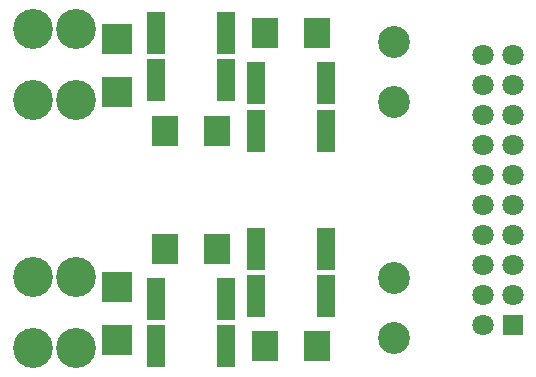
<source format=gts>
G04*
G04 #@! TF.GenerationSoftware,Altium Limited,Altium Designer,18.1.9 (240)*
G04*
G04 Layer_Color=8388736*
%FSLAX25Y25*%
%MOIN*%
G70*
G01*
G75*
%ADD20R,0.06115X0.14186*%
%ADD21R,0.09068X0.09855*%
%ADD22R,0.09855X0.09855*%
%ADD23C,0.10642*%
%ADD24C,0.13300*%
%ADD25R,0.07099X0.07099*%
%ADD26C,0.07099*%
D20*
X105217Y19685D02*
D03*
X81791D02*
D03*
X71751Y36417D02*
D03*
X48326D02*
D03*
X71752Y-36417D02*
D03*
X48327D02*
D03*
X105217Y-19685D02*
D03*
X81791D02*
D03*
X71752Y52165D02*
D03*
X48327D02*
D03*
X105217Y35433D02*
D03*
X81791D02*
D03*
X105217Y-35433D02*
D03*
X81791D02*
D03*
X71752Y-52165D02*
D03*
X48327D02*
D03*
D21*
X84843Y52165D02*
D03*
X102166D02*
D03*
X84842Y-52165D02*
D03*
X102165D02*
D03*
X68701Y19685D02*
D03*
X51378D02*
D03*
X68701Y-19685D02*
D03*
X51378D02*
D03*
D22*
X35433Y32480D02*
D03*
Y50197D02*
D03*
X35434Y-32480D02*
D03*
Y-50197D02*
D03*
D23*
X127953Y29370D02*
D03*
Y49370D02*
D03*
Y-29370D02*
D03*
Y-49370D02*
D03*
D24*
X7367Y53497D02*
D03*
X21767D02*
D03*
Y29875D02*
D03*
X7367D02*
D03*
Y-52802D02*
D03*
X21767D02*
D03*
Y-29180D02*
D03*
X7367D02*
D03*
D25*
X167402Y-45000D02*
D03*
D26*
X157402D02*
D03*
X167402Y-35000D02*
D03*
X157402D02*
D03*
X167402Y-25000D02*
D03*
X157402D02*
D03*
X167402Y-15000D02*
D03*
X157402D02*
D03*
X167402Y-5000D02*
D03*
X157402D02*
D03*
X167402Y5000D02*
D03*
X157402D02*
D03*
X167402Y15000D02*
D03*
X157402D02*
D03*
X167402Y25000D02*
D03*
X157402D02*
D03*
X167402Y35000D02*
D03*
X157402D02*
D03*
X167402Y45000D02*
D03*
X157402D02*
D03*
M02*

</source>
